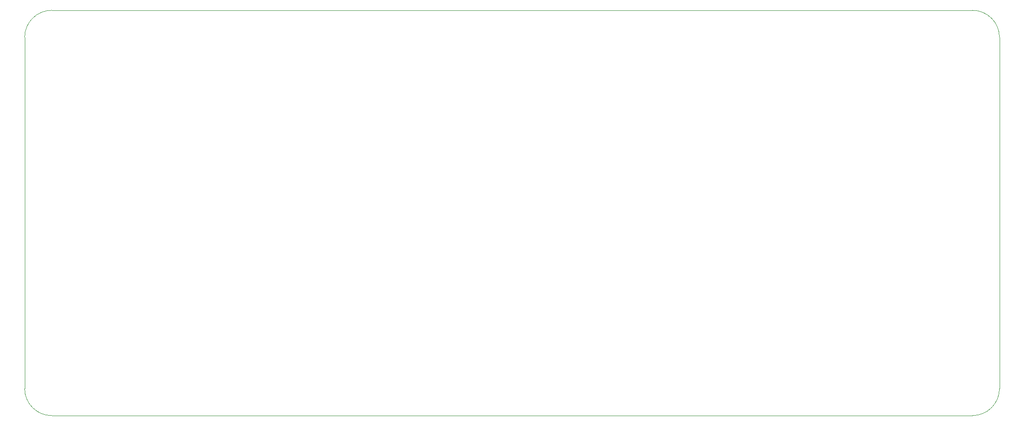
<source format=gbr>
%TF.GenerationSoftware,KiCad,Pcbnew,7.0.10-7.0.10~ubuntu22.04.1*%
%TF.CreationDate,2024-01-14T18:56:41-05:00*%
%TF.ProjectId,euro_1x,6575726f-5f31-4782-9e6b-696361645f70,rev?*%
%TF.SameCoordinates,Original*%
%TF.FileFunction,Profile,NP*%
%FSLAX46Y46*%
G04 Gerber Fmt 4.6, Leading zero omitted, Abs format (unit mm)*
G04 Created by KiCad (PCBNEW 7.0.10-7.0.10~ubuntu22.04.1) date 2024-01-14 18:56:41*
%MOMM*%
%LPD*%
G01*
G04 APERTURE LIST*
%TA.AperFunction,Profile*%
%ADD10C,0.100000*%
%TD*%
G04 APERTURE END LIST*
D10*
X60960000Y-127000000D02*
X60960000Y-60960000D01*
X243840002Y-60959998D02*
G75*
G03*
X238760002Y-55879998I-5080002J-2D01*
G01*
X66040000Y-132080000D02*
X238760000Y-132080000D01*
X66040000Y-55880000D02*
X238760002Y-55879998D01*
X243839998Y-127000001D02*
X243840000Y-60959999D01*
X60960000Y-127000000D02*
G75*
G03*
X66040000Y-132080000I5080000J0D01*
G01*
X66040000Y-55880000D02*
G75*
G03*
X60960000Y-60960000I0J-5080000D01*
G01*
X238760000Y-132080000D02*
G75*
G03*
X243840000Y-127000000I0J5080000D01*
G01*
M02*

</source>
